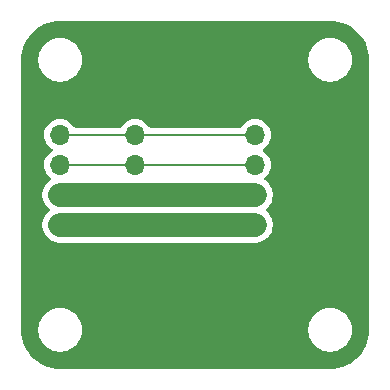
<source format=gbr>
%TF.GenerationSoftware,KiCad,Pcbnew,8.0.3-8.0.3-0~ubuntu22.04.1*%
%TF.CreationDate,2024-08-08T10:04:11+03:00*%
%TF.ProjectId,PM-Bus,504d2d42-7573-42e6-9b69-6361645f7063,rev?*%
%TF.SameCoordinates,Original*%
%TF.FileFunction,Copper,L1,Top*%
%TF.FilePolarity,Positive*%
%FSLAX46Y46*%
G04 Gerber Fmt 4.6, Leading zero omitted, Abs format (unit mm)*
G04 Created by KiCad (PCBNEW 8.0.3-8.0.3-0~ubuntu22.04.1) date 2024-08-08 10:04:11*
%MOMM*%
%LPD*%
G01*
G04 APERTURE LIST*
%TA.AperFunction,ComponentPad*%
%ADD10R,1.700000X1.700000*%
%TD*%
%TA.AperFunction,ComponentPad*%
%ADD11O,1.700000X1.700000*%
%TD*%
%TA.AperFunction,Conductor*%
%ADD12C,0.200000*%
%TD*%
%TA.AperFunction,Conductor*%
%ADD13C,2.000000*%
%TD*%
G04 APERTURE END LIST*
D10*
%TO.P,J2,1,Pin_1*%
%TO.N,GND*%
X71120000Y-96520000D03*
D11*
%TO.P,J2,2,Pin_2*%
%TO.N,+3.3V*%
X71120000Y-93980000D03*
%TO.P,J2,3,Pin_3*%
%TO.N,+5V*%
X71120000Y-91440000D03*
%TO.P,J2,4,Pin_4*%
%TO.N,Net-(J1-Pin_4)*%
X71120000Y-88900000D03*
%TO.P,J2,5,Pin_5*%
%TO.N,Net-(J1-Pin_5)*%
X71120000Y-86360000D03*
%TD*%
D10*
%TO.P,J3,1,Pin_1*%
%TO.N,GND*%
X81280000Y-96520000D03*
D11*
%TO.P,J3,2,Pin_2*%
%TO.N,+3.3V*%
X81280000Y-93980000D03*
%TO.P,J3,3,Pin_3*%
%TO.N,+5V*%
X81280000Y-91440000D03*
%TO.P,J3,4,Pin_4*%
%TO.N,Net-(J1-Pin_4)*%
X81280000Y-88900000D03*
%TO.P,J3,5,Pin_5*%
%TO.N,Net-(J1-Pin_5)*%
X81280000Y-86360000D03*
%TD*%
D10*
%TO.P,J1,1,Pin_1*%
%TO.N,GND*%
X64770000Y-96520000D03*
D11*
%TO.P,J1,2,Pin_2*%
%TO.N,+3.3V*%
X64770000Y-93980000D03*
%TO.P,J1,3,Pin_3*%
%TO.N,+5V*%
X64770000Y-91440000D03*
%TO.P,J1,4,Pin_4*%
%TO.N,Net-(J1-Pin_4)*%
X64770000Y-88900000D03*
%TO.P,J1,5,Pin_5*%
%TO.N,Net-(J1-Pin_5)*%
X64770000Y-86360000D03*
%TD*%
D12*
%TO.N,Net-(J1-Pin_5)*%
X64770000Y-86360000D02*
X81280000Y-86360000D01*
%TO.N,Net-(J1-Pin_4)*%
X64770000Y-88900000D02*
X81280000Y-88900000D01*
D13*
%TO.N,+5V*%
X64770000Y-91440000D02*
X81280000Y-91440000D01*
%TO.N,+3.3V*%
X64770000Y-93980000D02*
X81280000Y-93980000D01*
%TD*%
%TA.AperFunction,Conductor*%
%TO.N,GND*%
G36*
X87633243Y-76700669D02*
G01*
X87969450Y-76718290D01*
X87982358Y-76719647D01*
X88311677Y-76771806D01*
X88324342Y-76774497D01*
X88646422Y-76860798D01*
X88658749Y-76864803D01*
X88970038Y-76984296D01*
X88981873Y-76989565D01*
X89278976Y-77140947D01*
X89290191Y-77147423D01*
X89569832Y-77329023D01*
X89580313Y-77336638D01*
X89839441Y-77546475D01*
X89849086Y-77555160D01*
X90084839Y-77790913D01*
X90093524Y-77800558D01*
X90303359Y-78059683D01*
X90310978Y-78070171D01*
X90492573Y-78349802D01*
X90499055Y-78361029D01*
X90628834Y-78615733D01*
X90650429Y-78658115D01*
X90655708Y-78669972D01*
X90775193Y-78981241D01*
X90779204Y-78993586D01*
X90865498Y-79315642D01*
X90868196Y-79328337D01*
X90920352Y-79657641D01*
X90921709Y-79670549D01*
X90939330Y-80006756D01*
X90939500Y-80013246D01*
X90939500Y-102866753D01*
X90939330Y-102873243D01*
X90921709Y-103209450D01*
X90920352Y-103222358D01*
X90868196Y-103551662D01*
X90865498Y-103564357D01*
X90779204Y-103886413D01*
X90775193Y-103898758D01*
X90655708Y-104210027D01*
X90650429Y-104221884D01*
X90499059Y-104518964D01*
X90492569Y-104530204D01*
X90310983Y-104809822D01*
X90303354Y-104820323D01*
X90093524Y-105079441D01*
X90084839Y-105089086D01*
X89849086Y-105324839D01*
X89839441Y-105333524D01*
X89580323Y-105543354D01*
X89569822Y-105550983D01*
X89290204Y-105732569D01*
X89278964Y-105739059D01*
X88981884Y-105890429D01*
X88970027Y-105895708D01*
X88658758Y-106015193D01*
X88646413Y-106019204D01*
X88324357Y-106105498D01*
X88311662Y-106108196D01*
X87982358Y-106160352D01*
X87969450Y-106161709D01*
X87633244Y-106179330D01*
X87626754Y-106179500D01*
X64773246Y-106179500D01*
X64766756Y-106179330D01*
X64430549Y-106161709D01*
X64417641Y-106160352D01*
X64088337Y-106108196D01*
X64075642Y-106105498D01*
X63753586Y-106019204D01*
X63741241Y-106015193D01*
X63429972Y-105895708D01*
X63418115Y-105890429D01*
X63121029Y-105739055D01*
X63109802Y-105732573D01*
X62830171Y-105550978D01*
X62819683Y-105543359D01*
X62560558Y-105333524D01*
X62550913Y-105324839D01*
X62315160Y-105089086D01*
X62306475Y-105079441D01*
X62217648Y-104969749D01*
X62096638Y-104820313D01*
X62089023Y-104809832D01*
X61907423Y-104530191D01*
X61900947Y-104518976D01*
X61749565Y-104221873D01*
X61744296Y-104210038D01*
X61624803Y-103898749D01*
X61620798Y-103886422D01*
X61534497Y-103564342D01*
X61531806Y-103551677D01*
X61479647Y-103222358D01*
X61478290Y-103209450D01*
X61460670Y-102873243D01*
X61460500Y-102866753D01*
X61460500Y-102748711D01*
X62919500Y-102748711D01*
X62919500Y-102991288D01*
X62951161Y-103231785D01*
X63013947Y-103466104D01*
X63054645Y-103564357D01*
X63106776Y-103690212D01*
X63228064Y-103900289D01*
X63228066Y-103900292D01*
X63228067Y-103900293D01*
X63375733Y-104092736D01*
X63375739Y-104092743D01*
X63547256Y-104264260D01*
X63547262Y-104264265D01*
X63739711Y-104411936D01*
X63949788Y-104533224D01*
X64173900Y-104626054D01*
X64408211Y-104688838D01*
X64588586Y-104712584D01*
X64648711Y-104720500D01*
X64648712Y-104720500D01*
X64891289Y-104720500D01*
X64939388Y-104714167D01*
X65131789Y-104688838D01*
X65366100Y-104626054D01*
X65590212Y-104533224D01*
X65800289Y-104411936D01*
X65992738Y-104264265D01*
X66164265Y-104092738D01*
X66311936Y-103900289D01*
X66433224Y-103690212D01*
X66526054Y-103466100D01*
X66588838Y-103231789D01*
X66620500Y-102991288D01*
X66620500Y-102748712D01*
X66620500Y-102748711D01*
X85779500Y-102748711D01*
X85779500Y-102991288D01*
X85811161Y-103231785D01*
X85873947Y-103466104D01*
X85914645Y-103564357D01*
X85966776Y-103690212D01*
X86088064Y-103900289D01*
X86088066Y-103900292D01*
X86088067Y-103900293D01*
X86235733Y-104092736D01*
X86235739Y-104092743D01*
X86407256Y-104264260D01*
X86407262Y-104264265D01*
X86599711Y-104411936D01*
X86809788Y-104533224D01*
X87033900Y-104626054D01*
X87268211Y-104688838D01*
X87448586Y-104712584D01*
X87508711Y-104720500D01*
X87508712Y-104720500D01*
X87751289Y-104720500D01*
X87799388Y-104714167D01*
X87991789Y-104688838D01*
X88226100Y-104626054D01*
X88450212Y-104533224D01*
X88660289Y-104411936D01*
X88852738Y-104264265D01*
X89024265Y-104092738D01*
X89171936Y-103900289D01*
X89293224Y-103690212D01*
X89386054Y-103466100D01*
X89448838Y-103231789D01*
X89480500Y-102991288D01*
X89480500Y-102748712D01*
X89448838Y-102508211D01*
X89386054Y-102273900D01*
X89293224Y-102049788D01*
X89171936Y-101839711D01*
X89024265Y-101647262D01*
X89024260Y-101647256D01*
X88852743Y-101475739D01*
X88852736Y-101475733D01*
X88660293Y-101328067D01*
X88660292Y-101328066D01*
X88660289Y-101328064D01*
X88450212Y-101206776D01*
X88450205Y-101206773D01*
X88226104Y-101113947D01*
X87991785Y-101051161D01*
X87751289Y-101019500D01*
X87751288Y-101019500D01*
X87508712Y-101019500D01*
X87508711Y-101019500D01*
X87268214Y-101051161D01*
X87033895Y-101113947D01*
X86809794Y-101206773D01*
X86809785Y-101206777D01*
X86599706Y-101328067D01*
X86407263Y-101475733D01*
X86407256Y-101475739D01*
X86235739Y-101647256D01*
X86235733Y-101647263D01*
X86088067Y-101839706D01*
X85966777Y-102049785D01*
X85966773Y-102049794D01*
X85873947Y-102273895D01*
X85811161Y-102508214D01*
X85779500Y-102748711D01*
X66620500Y-102748711D01*
X66588838Y-102508211D01*
X66526054Y-102273900D01*
X66433224Y-102049788D01*
X66311936Y-101839711D01*
X66164265Y-101647262D01*
X66164260Y-101647256D01*
X65992743Y-101475739D01*
X65992736Y-101475733D01*
X65800293Y-101328067D01*
X65800292Y-101328066D01*
X65800289Y-101328064D01*
X65590212Y-101206776D01*
X65590205Y-101206773D01*
X65366104Y-101113947D01*
X65131785Y-101051161D01*
X64891289Y-101019500D01*
X64891288Y-101019500D01*
X64648712Y-101019500D01*
X64648711Y-101019500D01*
X64408214Y-101051161D01*
X64173895Y-101113947D01*
X63949794Y-101206773D01*
X63949785Y-101206777D01*
X63739706Y-101328067D01*
X63547263Y-101475733D01*
X63547256Y-101475739D01*
X63375739Y-101647256D01*
X63375733Y-101647263D01*
X63228067Y-101839706D01*
X63106777Y-102049785D01*
X63106773Y-102049794D01*
X63013947Y-102273895D01*
X62951161Y-102508214D01*
X62919500Y-102748711D01*
X61460500Y-102748711D01*
X61460500Y-91321902D01*
X63269500Y-91321902D01*
X63269500Y-91558097D01*
X63306446Y-91791368D01*
X63379433Y-92015996D01*
X63486657Y-92226433D01*
X63625483Y-92417510D01*
X63792490Y-92584517D01*
X63827127Y-92609683D01*
X63869792Y-92665013D01*
X63875771Y-92734626D01*
X63843165Y-92796421D01*
X63827130Y-92810315D01*
X63809365Y-92823222D01*
X63792488Y-92835484D01*
X63625485Y-93002487D01*
X63625485Y-93002488D01*
X63625483Y-93002490D01*
X63565862Y-93084550D01*
X63486657Y-93193566D01*
X63379433Y-93404003D01*
X63306446Y-93628631D01*
X63269500Y-93861902D01*
X63269500Y-94098097D01*
X63306446Y-94331368D01*
X63379433Y-94555996D01*
X63486657Y-94766433D01*
X63625483Y-94957510D01*
X63792490Y-95124517D01*
X63983567Y-95263343D01*
X64082991Y-95314002D01*
X64194003Y-95370566D01*
X64194005Y-95370566D01*
X64194008Y-95370568D01*
X64314412Y-95409689D01*
X64418631Y-95443553D01*
X64651903Y-95480500D01*
X64651908Y-95480500D01*
X81398097Y-95480500D01*
X81631368Y-95443553D01*
X81855992Y-95370568D01*
X82066433Y-95263343D01*
X82257510Y-95124517D01*
X82424517Y-94957510D01*
X82563343Y-94766433D01*
X82670568Y-94555992D01*
X82743553Y-94331368D01*
X82780500Y-94098097D01*
X82780500Y-93861902D01*
X82743553Y-93628631D01*
X82670566Y-93404003D01*
X82563342Y-93193566D01*
X82424517Y-93002490D01*
X82257510Y-92835483D01*
X82222872Y-92810317D01*
X82180207Y-92754989D01*
X82174228Y-92685375D01*
X82206833Y-92623580D01*
X82222873Y-92609682D01*
X82257510Y-92584517D01*
X82424517Y-92417510D01*
X82563343Y-92226433D01*
X82670568Y-92015992D01*
X82743553Y-91791368D01*
X82780500Y-91558097D01*
X82780500Y-91321902D01*
X82743553Y-91088631D01*
X82670566Y-90864003D01*
X82563342Y-90653566D01*
X82424517Y-90462490D01*
X82257510Y-90295483D01*
X82095863Y-90178039D01*
X82053199Y-90122710D01*
X82047220Y-90053096D01*
X82079826Y-89991301D01*
X82097619Y-89976153D01*
X82151401Y-89938495D01*
X82318495Y-89771401D01*
X82454035Y-89577830D01*
X82553903Y-89363663D01*
X82615063Y-89135408D01*
X82635659Y-88900000D01*
X82615063Y-88664592D01*
X82553903Y-88436337D01*
X82454035Y-88222171D01*
X82454034Y-88222169D01*
X82318494Y-88028597D01*
X82151402Y-87861506D01*
X82151396Y-87861501D01*
X81965842Y-87731575D01*
X81922217Y-87676998D01*
X81915023Y-87607500D01*
X81946546Y-87545145D01*
X81965842Y-87528425D01*
X81988026Y-87512891D01*
X82151401Y-87398495D01*
X82318495Y-87231401D01*
X82454035Y-87037830D01*
X82553903Y-86823663D01*
X82615063Y-86595408D01*
X82635659Y-86360000D01*
X82615063Y-86124592D01*
X82553903Y-85896337D01*
X82454035Y-85682171D01*
X82454034Y-85682169D01*
X82318494Y-85488597D01*
X82151402Y-85321506D01*
X82151395Y-85321501D01*
X81957834Y-85185967D01*
X81957830Y-85185965D01*
X81957828Y-85185964D01*
X81743663Y-85086097D01*
X81743659Y-85086096D01*
X81743655Y-85086094D01*
X81515413Y-85024938D01*
X81515403Y-85024936D01*
X81280001Y-85004341D01*
X81279999Y-85004341D01*
X81044596Y-85024936D01*
X81044586Y-85024938D01*
X80816344Y-85086094D01*
X80816335Y-85086098D01*
X80602171Y-85185964D01*
X80602169Y-85185965D01*
X80408597Y-85321505D01*
X80241506Y-85488596D01*
X80105965Y-85682170D01*
X80105962Y-85682175D01*
X80103289Y-85687909D01*
X80057115Y-85740346D01*
X79990909Y-85759500D01*
X72409091Y-85759500D01*
X72342052Y-85739815D01*
X72296711Y-85687909D01*
X72294037Y-85682175D01*
X72294034Y-85682170D01*
X72294033Y-85682169D01*
X72158495Y-85488599D01*
X72158494Y-85488597D01*
X71991402Y-85321506D01*
X71991395Y-85321501D01*
X71797834Y-85185967D01*
X71797830Y-85185965D01*
X71797828Y-85185964D01*
X71583663Y-85086097D01*
X71583659Y-85086096D01*
X71583655Y-85086094D01*
X71355413Y-85024938D01*
X71355403Y-85024936D01*
X71120001Y-85004341D01*
X71119999Y-85004341D01*
X70884596Y-85024936D01*
X70884586Y-85024938D01*
X70656344Y-85086094D01*
X70656335Y-85086098D01*
X70442171Y-85185964D01*
X70442169Y-85185965D01*
X70248597Y-85321505D01*
X70081506Y-85488596D01*
X69945965Y-85682170D01*
X69945962Y-85682175D01*
X69943289Y-85687909D01*
X69897115Y-85740346D01*
X69830909Y-85759500D01*
X66059091Y-85759500D01*
X65992052Y-85739815D01*
X65946711Y-85687909D01*
X65944037Y-85682175D01*
X65944034Y-85682170D01*
X65944033Y-85682169D01*
X65808495Y-85488599D01*
X65808494Y-85488597D01*
X65641402Y-85321506D01*
X65641395Y-85321501D01*
X65447834Y-85185967D01*
X65447830Y-85185965D01*
X65447828Y-85185964D01*
X65233663Y-85086097D01*
X65233659Y-85086096D01*
X65233655Y-85086094D01*
X65005413Y-85024938D01*
X65005403Y-85024936D01*
X64770001Y-85004341D01*
X64769999Y-85004341D01*
X64534596Y-85024936D01*
X64534586Y-85024938D01*
X64306344Y-85086094D01*
X64306335Y-85086098D01*
X64092171Y-85185964D01*
X64092169Y-85185965D01*
X63898597Y-85321505D01*
X63731505Y-85488597D01*
X63595965Y-85682169D01*
X63595964Y-85682171D01*
X63496098Y-85896335D01*
X63496094Y-85896344D01*
X63434938Y-86124586D01*
X63434936Y-86124596D01*
X63414341Y-86359999D01*
X63414341Y-86360000D01*
X63434936Y-86595403D01*
X63434938Y-86595413D01*
X63496094Y-86823655D01*
X63496096Y-86823659D01*
X63496097Y-86823663D01*
X63568839Y-86979658D01*
X63595965Y-87037830D01*
X63595967Y-87037834D01*
X63731501Y-87231395D01*
X63731506Y-87231402D01*
X63898597Y-87398493D01*
X63898603Y-87398498D01*
X64084158Y-87528425D01*
X64127783Y-87583002D01*
X64134977Y-87652500D01*
X64103454Y-87714855D01*
X64084158Y-87731575D01*
X63898597Y-87861505D01*
X63731505Y-88028597D01*
X63595965Y-88222169D01*
X63595964Y-88222171D01*
X63496098Y-88436335D01*
X63496094Y-88436344D01*
X63434938Y-88664586D01*
X63434936Y-88664596D01*
X63414341Y-88899999D01*
X63414341Y-88900000D01*
X63434936Y-89135403D01*
X63434938Y-89135413D01*
X63496094Y-89363655D01*
X63496096Y-89363659D01*
X63496097Y-89363663D01*
X63568839Y-89519658D01*
X63595965Y-89577830D01*
X63595967Y-89577834D01*
X63704281Y-89732521D01*
X63731505Y-89771401D01*
X63898599Y-89938495D01*
X63952370Y-89976146D01*
X63952372Y-89976147D01*
X63995997Y-90030723D01*
X64003191Y-90100222D01*
X63971669Y-90162576D01*
X63954135Y-90178040D01*
X63792488Y-90295484D01*
X63625485Y-90462487D01*
X63625485Y-90462488D01*
X63625483Y-90462490D01*
X63565862Y-90544550D01*
X63486657Y-90653566D01*
X63379433Y-90864003D01*
X63306446Y-91088631D01*
X63269500Y-91321902D01*
X61460500Y-91321902D01*
X61460500Y-80013246D01*
X61460670Y-80006756D01*
X61463953Y-79944108D01*
X61466856Y-79888711D01*
X62919500Y-79888711D01*
X62919500Y-80131288D01*
X62951161Y-80371785D01*
X63013947Y-80606104D01*
X63106773Y-80830205D01*
X63106776Y-80830212D01*
X63228064Y-81040289D01*
X63228066Y-81040292D01*
X63228067Y-81040293D01*
X63375733Y-81232736D01*
X63375739Y-81232743D01*
X63547256Y-81404260D01*
X63547262Y-81404265D01*
X63739711Y-81551936D01*
X63949788Y-81673224D01*
X64173900Y-81766054D01*
X64408211Y-81828838D01*
X64588586Y-81852584D01*
X64648711Y-81860500D01*
X64648712Y-81860500D01*
X64891289Y-81860500D01*
X64939388Y-81854167D01*
X65131789Y-81828838D01*
X65366100Y-81766054D01*
X65590212Y-81673224D01*
X65800289Y-81551936D01*
X65992738Y-81404265D01*
X66164265Y-81232738D01*
X66311936Y-81040289D01*
X66433224Y-80830212D01*
X66526054Y-80606100D01*
X66588838Y-80371789D01*
X66620500Y-80131288D01*
X66620500Y-79888712D01*
X66620500Y-79888711D01*
X85779500Y-79888711D01*
X85779500Y-80131288D01*
X85811161Y-80371785D01*
X85873947Y-80606104D01*
X85966773Y-80830205D01*
X85966776Y-80830212D01*
X86088064Y-81040289D01*
X86088066Y-81040292D01*
X86088067Y-81040293D01*
X86235733Y-81232736D01*
X86235739Y-81232743D01*
X86407256Y-81404260D01*
X86407262Y-81404265D01*
X86599711Y-81551936D01*
X86809788Y-81673224D01*
X87033900Y-81766054D01*
X87268211Y-81828838D01*
X87448586Y-81852584D01*
X87508711Y-81860500D01*
X87508712Y-81860500D01*
X87751289Y-81860500D01*
X87799388Y-81854167D01*
X87991789Y-81828838D01*
X88226100Y-81766054D01*
X88450212Y-81673224D01*
X88660289Y-81551936D01*
X88852738Y-81404265D01*
X89024265Y-81232738D01*
X89171936Y-81040289D01*
X89293224Y-80830212D01*
X89386054Y-80606100D01*
X89448838Y-80371789D01*
X89480500Y-80131288D01*
X89480500Y-79888712D01*
X89448838Y-79648211D01*
X89386054Y-79413900D01*
X89293224Y-79189788D01*
X89171936Y-78979711D01*
X89024265Y-78787262D01*
X89024260Y-78787256D01*
X88852743Y-78615739D01*
X88852736Y-78615733D01*
X88660293Y-78468067D01*
X88660292Y-78468066D01*
X88660289Y-78468064D01*
X88474909Y-78361035D01*
X88450214Y-78346777D01*
X88450205Y-78346773D01*
X88226104Y-78253947D01*
X87991785Y-78191161D01*
X87751289Y-78159500D01*
X87751288Y-78159500D01*
X87508712Y-78159500D01*
X87508711Y-78159500D01*
X87268214Y-78191161D01*
X87033895Y-78253947D01*
X86809794Y-78346773D01*
X86809785Y-78346777D01*
X86599706Y-78468067D01*
X86407263Y-78615733D01*
X86407256Y-78615739D01*
X86235739Y-78787256D01*
X86235733Y-78787263D01*
X86088067Y-78979706D01*
X85966777Y-79189785D01*
X85966773Y-79189794D01*
X85873947Y-79413895D01*
X85811161Y-79648214D01*
X85779500Y-79888711D01*
X66620500Y-79888711D01*
X66588838Y-79648211D01*
X66526054Y-79413900D01*
X66433224Y-79189788D01*
X66311936Y-78979711D01*
X66164265Y-78787262D01*
X66164260Y-78787256D01*
X65992743Y-78615739D01*
X65992736Y-78615733D01*
X65800293Y-78468067D01*
X65800292Y-78468066D01*
X65800289Y-78468064D01*
X65614909Y-78361035D01*
X65590214Y-78346777D01*
X65590205Y-78346773D01*
X65366104Y-78253947D01*
X65131785Y-78191161D01*
X64891289Y-78159500D01*
X64891288Y-78159500D01*
X64648712Y-78159500D01*
X64648711Y-78159500D01*
X64408214Y-78191161D01*
X64173895Y-78253947D01*
X63949794Y-78346773D01*
X63949785Y-78346777D01*
X63739706Y-78468067D01*
X63547263Y-78615733D01*
X63547256Y-78615739D01*
X63375739Y-78787256D01*
X63375733Y-78787263D01*
X63228067Y-78979706D01*
X63106777Y-79189785D01*
X63106773Y-79189794D01*
X63013947Y-79413895D01*
X62951161Y-79648214D01*
X62919500Y-79888711D01*
X61466856Y-79888711D01*
X61478290Y-79670547D01*
X61479647Y-79657641D01*
X61481141Y-79648211D01*
X61531806Y-79328318D01*
X61534496Y-79315661D01*
X61620799Y-78993571D01*
X61624801Y-78981256D01*
X61744298Y-78669954D01*
X61749561Y-78658133D01*
X61900951Y-78361014D01*
X61907417Y-78349816D01*
X62089029Y-78070158D01*
X62096631Y-78059695D01*
X62306483Y-77800548D01*
X62315150Y-77790923D01*
X62550923Y-77555150D01*
X62560548Y-77546483D01*
X62819695Y-77336631D01*
X62830158Y-77329029D01*
X63109816Y-77147417D01*
X63121014Y-77140951D01*
X63418133Y-76989561D01*
X63429954Y-76984298D01*
X63741256Y-76864801D01*
X63753571Y-76860799D01*
X64075661Y-76774496D01*
X64088318Y-76771806D01*
X64417643Y-76719646D01*
X64430547Y-76718290D01*
X64766756Y-76700669D01*
X64773246Y-76700500D01*
X64835892Y-76700500D01*
X87564108Y-76700500D01*
X87626754Y-76700500D01*
X87633243Y-76700669D01*
G37*
%TD.AperFunction*%
%TD*%
M02*

</source>
